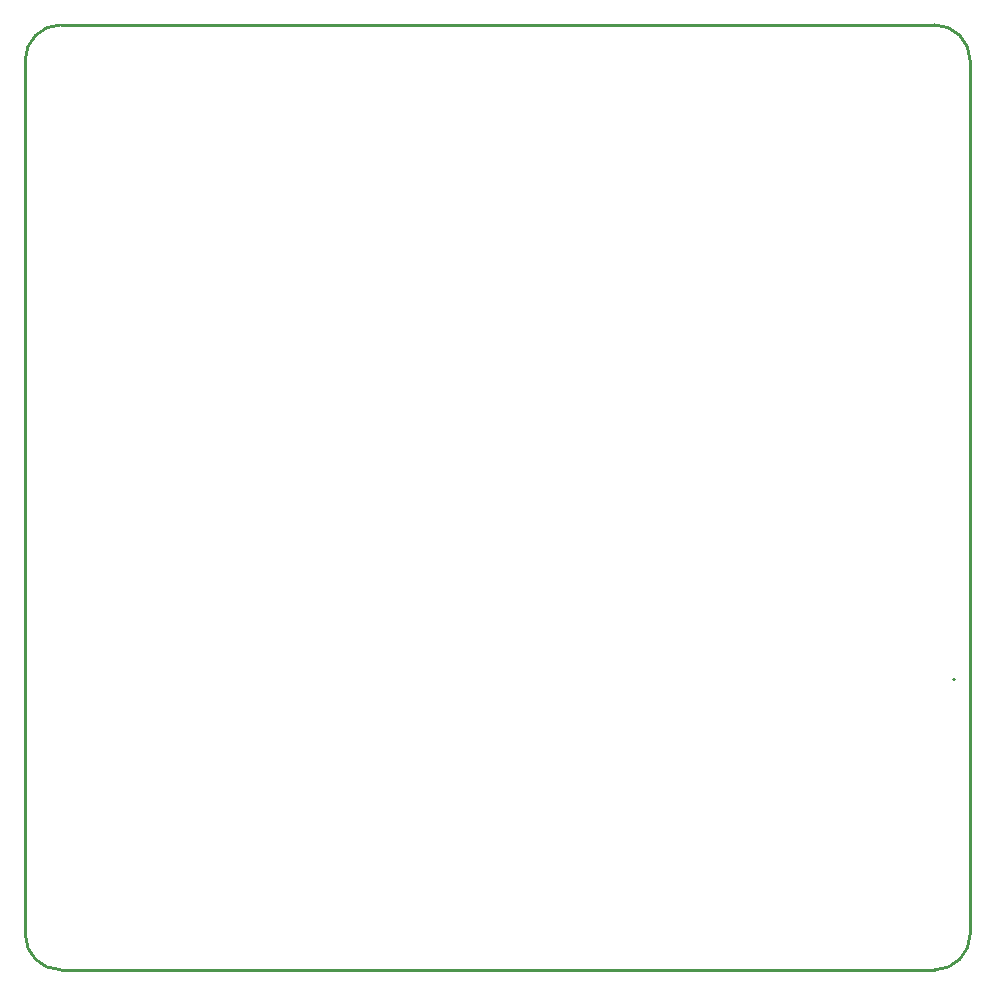
<source format=gko>
G04*
G04 #@! TF.GenerationSoftware,Altium Limited,Altium Designer,19.0.4 (130)*
G04*
G04 Layer_Color=16711935*
%FSLAX25Y25*%
%MOIN*%
G70*
G01*
G75*
%ADD10C,0.01000*%
D10*
X314961Y303150D02*
G03*
X303150Y314961I-11811J0D01*
G01*
Y0D02*
G03*
X314961Y11811I0J11811D01*
G01*
X0D02*
G03*
X11811Y0I11811J0D01*
G01*
Y314961D02*
G03*
X0Y303150I0J-11811D01*
G01*
X314961Y11811D02*
Y303150D01*
X11811Y0D02*
X303150D01*
X0Y11811D02*
Y303150D01*
X11811Y314961D02*
X303150D01*
X309354Y96883D02*
X309454Y96924D01*
M02*

</source>
